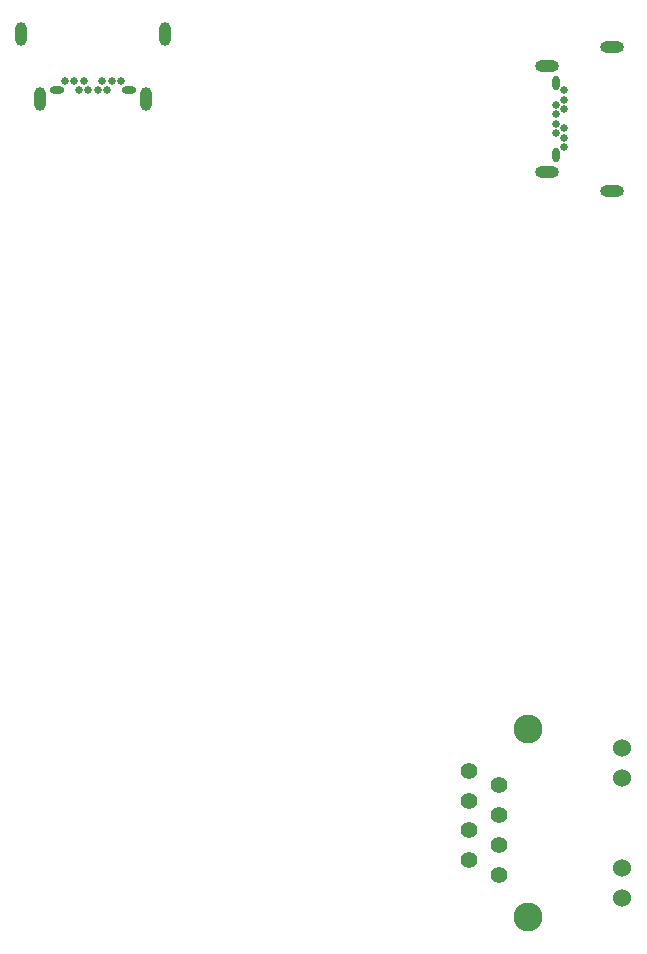
<source format=gbr>
G04 #@! TF.GenerationSoftware,KiCad,Pcbnew,(5.99.0-9713-g2bc22de1a5)*
G04 #@! TF.CreationDate,2021-03-16T21:30:56+01:00*
G04 #@! TF.ProjectId,stm32mp1-custom-devboard,73746d33-326d-4703-912d-637573746f6d,V1.0*
G04 #@! TF.SameCoordinates,Original*
G04 #@! TF.FileFunction,Paste,Bot*
G04 #@! TF.FilePolarity,Positive*
%FSLAX46Y46*%
G04 Gerber Fmt 4.6, Leading zero omitted, Abs format (unit mm)*
G04 Created by KiCad (PCBNEW (5.99.0-9713-g2bc22de1a5)) date 2021-03-16 21:30:56*
%MOMM*%
%LPD*%
G01*
G04 APERTURE LIST*
%ADD10O,0.600000X1.200000*%
%ADD11C,0.650000*%
%ADD12O,1.998980X0.998220*%
%ADD13O,1.200000X0.600000*%
%ADD14O,0.998220X1.998980*%
%ADD15C,1.397000*%
%ADD16C,1.529080*%
%ADD17C,2.443480*%
G04 APERTURE END LIST*
D10*
X204385440Y-70472000D03*
D11*
X205086480Y-71122240D03*
X205086480Y-71922340D03*
X204385440Y-72321120D03*
X205086480Y-72722440D03*
X204385440Y-73121220D03*
X204385440Y-73918780D03*
X205086480Y-74317560D03*
X204385440Y-74718880D03*
X205086480Y-75117660D03*
X205086480Y-75917760D03*
D10*
X204385440Y-76568000D03*
D12*
X203585340Y-78018340D03*
X203585340Y-69021660D03*
X209084440Y-79593140D03*
X209084440Y-67446860D03*
D13*
X162122000Y-71044560D03*
D11*
X162772240Y-70343520D03*
X163572340Y-70343520D03*
X163971120Y-71044560D03*
X164372440Y-70343520D03*
X164771220Y-71044560D03*
X165568780Y-71044560D03*
X165967560Y-70343520D03*
X166368880Y-71044560D03*
X166767660Y-70343520D03*
X167567760Y-70343520D03*
D13*
X168218000Y-71044560D03*
D14*
X169668340Y-71844660D03*
X160671660Y-71844660D03*
X171243140Y-66345560D03*
X159096860Y-66345560D03*
D15*
X199520000Y-137579920D03*
X196980000Y-136317540D03*
X199520000Y-135039920D03*
X196980000Y-133777540D03*
X199520000Y-132502460D03*
X196980000Y-131240080D03*
X199520000Y-129962460D03*
X196980000Y-128700080D03*
D16*
X209979720Y-139464600D03*
X209979720Y-136924600D03*
X209979720Y-129355400D03*
X209979720Y-126815400D03*
D17*
X201971100Y-141087660D03*
X201971100Y-125192340D03*
M02*

</source>
